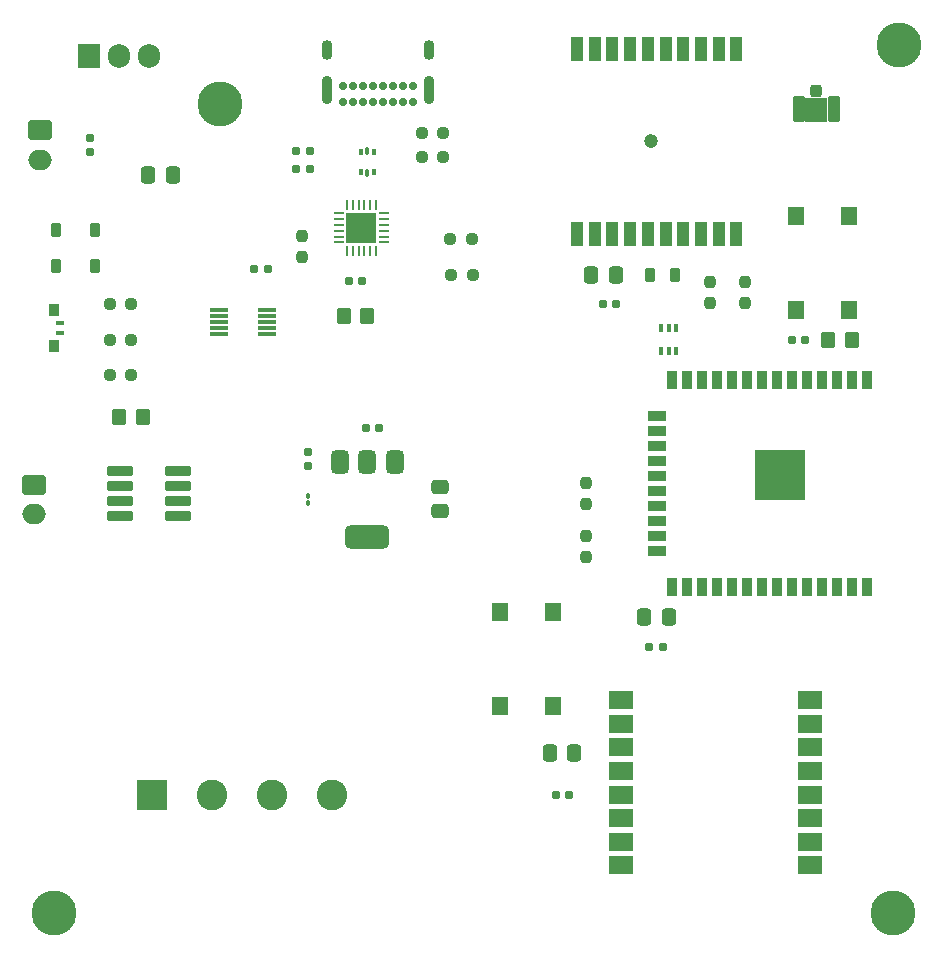
<source format=gbr>
%TF.GenerationSoftware,KiCad,Pcbnew,8.0.4*%
%TF.CreationDate,2024-11-13T20:29:26+01:00*%
%TF.ProjectId,plant,706c616e-742e-46b6-9963-61645f706362,rev?*%
%TF.SameCoordinates,Original*%
%TF.FileFunction,Soldermask,Top*%
%TF.FilePolarity,Negative*%
%FSLAX46Y46*%
G04 Gerber Fmt 4.6, Leading zero omitted, Abs format (unit mm)*
G04 Created by KiCad (PCBNEW 8.0.4) date 2024-11-13 20:29:26*
%MOMM*%
%LPD*%
G01*
G04 APERTURE LIST*
G04 Aperture macros list*
%AMRoundRect*
0 Rectangle with rounded corners*
0 $1 Rounding radius*
0 $2 $3 $4 $5 $6 $7 $8 $9 X,Y pos of 4 corners*
0 Add a 4 corners polygon primitive as box body*
4,1,4,$2,$3,$4,$5,$6,$7,$8,$9,$2,$3,0*
0 Add four circle primitives for the rounded corners*
1,1,$1+$1,$2,$3*
1,1,$1+$1,$4,$5*
1,1,$1+$1,$6,$7*
1,1,$1+$1,$8,$9*
0 Add four rect primitives between the rounded corners*
20,1,$1+$1,$2,$3,$4,$5,0*
20,1,$1+$1,$4,$5,$6,$7,0*
20,1,$1+$1,$6,$7,$8,$9,0*
20,1,$1+$1,$8,$9,$2,$3,0*%
G04 Aperture macros list end*
%ADD10R,1.512799X0.330200*%
%ADD11R,0.990600X2.006600*%
%ADD12C,1.193800*%
%ADD13RoundRect,0.225000X-0.225000X-0.375000X0.225000X-0.375000X0.225000X0.375000X-0.225000X0.375000X0*%
%ADD14C,3.800000*%
%ADD15RoundRect,0.237500X-0.250000X-0.237500X0.250000X-0.237500X0.250000X0.237500X-0.250000X0.237500X0*%
%ADD16RoundRect,0.250000X0.350000X0.450000X-0.350000X0.450000X-0.350000X-0.450000X0.350000X-0.450000X0*%
%ADD17RoundRect,0.250000X-0.250000X0.275000X-0.250000X-0.275000X0.250000X-0.275000X0.250000X0.275000X0*%
%ADD18RoundRect,0.250000X-0.275000X0.850000X-0.275000X-0.850000X0.275000X-0.850000X0.275000X0.850000X0*%
%ADD19R,0.900000X1.000000*%
%ADD20R,0.800000X0.400000*%
%ADD21RoundRect,0.237500X0.237500X-0.250000X0.237500X0.250000X-0.237500X0.250000X-0.237500X-0.250000X0*%
%ADD22RoundRect,0.155000X0.212500X0.155000X-0.212500X0.155000X-0.212500X-0.155000X0.212500X-0.155000X0*%
%ADD23RoundRect,0.250000X-0.750000X0.600000X-0.750000X-0.600000X0.750000X-0.600000X0.750000X0.600000X0*%
%ADD24O,2.000000X1.700000*%
%ADD25RoundRect,0.237500X-0.237500X0.250000X-0.237500X-0.250000X0.237500X-0.250000X0.237500X0.250000X0*%
%ADD26RoundRect,0.218750X-0.218750X-0.381250X0.218750X-0.381250X0.218750X0.381250X-0.218750X0.381250X0*%
%ADD27RoundRect,0.375000X-0.375000X0.625000X-0.375000X-0.625000X0.375000X-0.625000X0.375000X0.625000X0*%
%ADD28RoundRect,0.500000X-1.400000X0.500000X-1.400000X-0.500000X1.400000X-0.500000X1.400000X0.500000X0*%
%ADD29R,1.400000X1.600000*%
%ADD30RoundRect,0.250000X-0.337500X-0.475000X0.337500X-0.475000X0.337500X0.475000X-0.337500X0.475000X0*%
%ADD31RoundRect,0.062500X-0.062500X0.350000X-0.062500X-0.350000X0.062500X-0.350000X0.062500X0.350000X0*%
%ADD32RoundRect,0.062500X-0.350000X0.062500X-0.350000X-0.062500X0.350000X-0.062500X0.350000X0.062500X0*%
%ADD33R,2.600000X2.600000*%
%ADD34RoundRect,0.093750X0.093750X-0.156250X0.093750X0.156250X-0.093750X0.156250X-0.093750X-0.156250X0*%
%ADD35RoundRect,0.075000X0.075000X-0.250000X0.075000X0.250000X-0.075000X0.250000X-0.075000X-0.250000X0*%
%ADD36RoundRect,0.155000X-0.212500X-0.155000X0.212500X-0.155000X0.212500X0.155000X-0.212500X0.155000X0*%
%ADD37RoundRect,0.250000X0.337500X0.475000X-0.337500X0.475000X-0.337500X-0.475000X0.337500X-0.475000X0*%
%ADD38RoundRect,0.100500X-0.986500X-0.301500X0.986500X-0.301500X0.986500X0.301500X-0.986500X0.301500X0*%
%ADD39RoundRect,0.100000X0.100000X-0.225000X0.100000X0.225000X-0.100000X0.225000X-0.100000X-0.225000X0*%
%ADD40RoundRect,0.155000X0.155000X-0.212500X0.155000X0.212500X-0.155000X0.212500X-0.155000X-0.212500X0*%
%ADD41R,2.000000X1.500000*%
%ADD42RoundRect,0.237500X0.250000X0.237500X-0.250000X0.237500X-0.250000X-0.237500X0.250000X-0.237500X0*%
%ADD43R,1.905000X2.000000*%
%ADD44O,1.905000X2.000000*%
%ADD45RoundRect,0.250000X0.475000X-0.337500X0.475000X0.337500X-0.475000X0.337500X-0.475000X-0.337500X0*%
%ADD46R,0.900000X1.500000*%
%ADD47R,1.500000X0.900000*%
%ADD48C,0.600000*%
%ADD49R,4.200000X4.200000*%
%ADD50RoundRect,0.155000X-0.155000X0.212500X-0.155000X-0.212500X0.155000X-0.212500X0.155000X0.212500X0*%
%ADD51C,0.700000*%
%ADD52O,0.900000X2.400000*%
%ADD53O,0.900000X1.700000*%
%ADD54C,2.600000*%
%ADD55RoundRect,0.250000X-0.350000X-0.450000X0.350000X-0.450000X0.350000X0.450000X-0.350000X0.450000X0*%
%ADD56RoundRect,0.100000X-0.100000X0.130000X-0.100000X-0.130000X0.100000X-0.130000X0.100000X0.130000X0*%
G04 APERTURE END LIST*
%TO.C,J5*%
G36*
X119646250Y-33278750D02*
G01*
X117766250Y-33278750D01*
X117766250Y-35368750D01*
X119646250Y-35368750D01*
X119646250Y-33278750D01*
G37*
%TD*%
D10*
%TO.C,U6*%
X68161550Y-51293749D03*
X68161550Y-51793751D03*
X68161550Y-52293750D03*
X68161550Y-52793749D03*
X68161550Y-53293751D03*
X72250950Y-53293751D03*
X72250950Y-52793749D03*
X72250950Y-52293750D03*
X72250950Y-51793751D03*
X72250950Y-51293749D03*
%TD*%
D11*
%TO.C,U4*%
X98456251Y-44793750D03*
X99956250Y-44793750D03*
X101456250Y-44793750D03*
X102956249Y-44793750D03*
X104456249Y-44793750D03*
X105956248Y-44793750D03*
X107456251Y-44793750D03*
X108956250Y-44793750D03*
X110456250Y-44793750D03*
X111956249Y-44793750D03*
X111956249Y-29193750D03*
X110456250Y-29193750D03*
X108956250Y-29193750D03*
X107456251Y-29193750D03*
X105956251Y-29193750D03*
X104456252Y-29193750D03*
X102956249Y-29193750D03*
X101456250Y-29193750D03*
X99956250Y-29193750D03*
X98456251Y-29193750D03*
D12*
X104756250Y-36993750D03*
%TD*%
D13*
%TO.C,D2*%
X54350000Y-47500000D03*
X57650000Y-47500000D03*
%TD*%
D14*
%TO.C,H3*%
X54206250Y-102293750D03*
%TD*%
D15*
%TO.C,R10*%
X58881250Y-50793750D03*
X60706250Y-50793750D03*
%TD*%
D14*
%TO.C,H2*%
X125706250Y-28793750D03*
%TD*%
D16*
%TO.C,R1*%
X121706250Y-53793750D03*
X119706250Y-53793750D03*
%TD*%
D17*
%TO.C,J5*%
X118706250Y-32743750D03*
D18*
X120181250Y-34268750D03*
X117231250Y-34268750D03*
%TD*%
D19*
%TO.C,D3*%
X54206250Y-54293750D03*
X54206250Y-51293750D03*
D20*
X54656250Y-52393750D03*
X54656250Y-53193750D03*
%TD*%
D21*
%TO.C,R14*%
X99206250Y-72206250D03*
X99206250Y-70381250D03*
%TD*%
D22*
%TO.C,C11*%
X72273750Y-47793750D03*
X71138750Y-47793750D03*
%TD*%
D23*
%TO.C,J3*%
X53006250Y-36043750D03*
D24*
X53006250Y-38543750D03*
%TD*%
D25*
%TO.C,R6*%
X75206250Y-44968750D03*
X75206250Y-46793750D03*
%TD*%
D26*
%TO.C,FB1*%
X104643750Y-48293750D03*
X106768750Y-48293750D03*
%TD*%
D22*
%TO.C,C6*%
X101773750Y-50793750D03*
X100638750Y-50793750D03*
%TD*%
D15*
%TO.C,R7*%
X87706250Y-45293750D03*
X89531250Y-45293750D03*
%TD*%
D25*
%TO.C,R15*%
X99206250Y-65881250D03*
X99206250Y-67706250D03*
%TD*%
D27*
%TO.C,U8*%
X83006250Y-64143750D03*
X80706250Y-64143750D03*
D28*
X80706250Y-70443750D03*
D27*
X78406250Y-64143750D03*
%TD*%
D29*
%TO.C,SW3*%
X96456250Y-76793750D03*
X96456250Y-84793750D03*
X91956250Y-76793750D03*
X91956250Y-84793750D03*
%TD*%
D30*
%TO.C,C15*%
X62168750Y-39793750D03*
X64243750Y-39793750D03*
%TD*%
D31*
%TO.C,U1*%
X81456250Y-42356250D03*
X80956250Y-42356250D03*
X80456250Y-42356250D03*
X79956250Y-42356250D03*
X79456250Y-42356250D03*
X78956250Y-42356250D03*
D32*
X78268750Y-43043750D03*
X78268750Y-43543750D03*
X78268750Y-44043750D03*
X78268750Y-44543750D03*
X78268750Y-45043750D03*
X78268750Y-45543750D03*
D31*
X78956250Y-46231250D03*
X79456250Y-46231250D03*
X79956250Y-46231250D03*
X80456250Y-46231250D03*
X80956250Y-46231250D03*
X81456250Y-46231250D03*
D32*
X82143750Y-45543750D03*
X82143750Y-45043750D03*
X82143750Y-44543750D03*
X82143750Y-44043750D03*
X82143750Y-43543750D03*
X82143750Y-43043750D03*
D33*
X80206250Y-44293750D03*
%TD*%
D22*
%TO.C,C12*%
X80273750Y-48793750D03*
X79138750Y-48793750D03*
%TD*%
D34*
%TO.C,U5*%
X80168750Y-39568750D03*
D35*
X80706250Y-39643750D03*
D34*
X81243750Y-39568750D03*
X81243750Y-37868750D03*
D35*
X80706250Y-37793750D03*
D34*
X80168750Y-37868750D03*
%TD*%
D36*
%TO.C,C17*%
X80571250Y-61293750D03*
X81706250Y-61293750D03*
%TD*%
D22*
%TO.C,C7*%
X105706250Y-79793750D03*
X104571250Y-79793750D03*
%TD*%
D37*
%TO.C,C8*%
X106243750Y-77293750D03*
X104168750Y-77293750D03*
%TD*%
D38*
%TO.C,Q2*%
X59731250Y-64888750D03*
X59731250Y-66158750D03*
X59731250Y-67428750D03*
X59731250Y-68698750D03*
X64681250Y-68698750D03*
X64681250Y-67428750D03*
X64681250Y-66158750D03*
X64681250Y-64888750D03*
%TD*%
D39*
%TO.C,Q1*%
X105556250Y-54693750D03*
X106206250Y-54693750D03*
X106856250Y-54693750D03*
X106856250Y-52793750D03*
X106206250Y-52793750D03*
X105556250Y-52793750D03*
%TD*%
D40*
%TO.C,C16*%
X75706250Y-64428750D03*
X75706250Y-63293750D03*
%TD*%
D14*
%TO.C,H4*%
X125206250Y-102293750D03*
%TD*%
D41*
%TO.C,U2*%
X102206250Y-84293750D03*
X102206250Y-86293750D03*
X102206250Y-88293750D03*
X102206250Y-90293750D03*
X102206250Y-92293750D03*
X102206250Y-94293750D03*
X102206250Y-96293750D03*
X102206250Y-98293750D03*
X118206250Y-98293750D03*
X118206250Y-96293750D03*
X118206250Y-94293750D03*
X118206250Y-92293750D03*
X118206250Y-90293750D03*
X118206250Y-88293750D03*
X118206250Y-86293750D03*
X118206250Y-84293750D03*
%TD*%
D23*
%TO.C,J2*%
X52506250Y-66043750D03*
D24*
X52506250Y-68543750D03*
%TD*%
D15*
%TO.C,R11*%
X58881250Y-56793750D03*
X60706250Y-56793750D03*
%TD*%
D14*
%TO.C,H1*%
X68206250Y-33793750D03*
%TD*%
D21*
%TO.C,R2*%
X109706250Y-50706250D03*
X109706250Y-48881250D03*
%TD*%
D29*
%TO.C,SW4*%
X116956250Y-51293750D03*
X116956250Y-43293750D03*
X121456250Y-51293750D03*
X121456250Y-43293750D03*
%TD*%
D37*
%TO.C,C1*%
X98243750Y-88793750D03*
X96168750Y-88793750D03*
%TD*%
D22*
%TO.C,C2*%
X97773750Y-92293750D03*
X96638750Y-92293750D03*
%TD*%
D37*
%TO.C,C5*%
X101743750Y-48293750D03*
X99668750Y-48293750D03*
%TD*%
D42*
%TO.C,R4*%
X87118750Y-36293750D03*
X85293750Y-36293750D03*
%TD*%
D22*
%TO.C,C3*%
X117773750Y-53793750D03*
X116638750Y-53793750D03*
%TD*%
D13*
%TO.C,D1*%
X54350000Y-44500000D03*
X57650000Y-44500000D03*
%TD*%
D21*
%TO.C,R3*%
X112706250Y-50706250D03*
X112706250Y-48881250D03*
%TD*%
D43*
%TO.C,U7*%
X57166250Y-29738750D03*
D44*
X59706250Y-29738750D03*
X62246250Y-29738750D03*
%TD*%
D45*
%TO.C,C4*%
X86871963Y-68285095D03*
X86871963Y-66210095D03*
%TD*%
D46*
%TO.C,U3*%
X123021250Y-57198750D03*
X121751250Y-57198750D03*
X120481250Y-57198750D03*
X119211250Y-57198750D03*
X117941250Y-57198750D03*
X116671250Y-57198750D03*
X115401250Y-57198750D03*
X114131250Y-57198750D03*
X112861250Y-57198750D03*
X111591250Y-57198750D03*
X110321250Y-57198750D03*
X109051250Y-57198750D03*
X107781250Y-57198750D03*
X106511250Y-57198750D03*
D47*
X105261250Y-60238750D03*
X105261250Y-61508750D03*
X105261250Y-62778750D03*
X105261250Y-64048750D03*
X105261250Y-65318750D03*
X105261250Y-66588750D03*
X105261250Y-67858750D03*
X105261250Y-69128750D03*
X105261250Y-70398750D03*
X105261250Y-71668750D03*
D46*
X106511250Y-74698750D03*
X107781250Y-74698750D03*
X109051250Y-74698750D03*
X110321250Y-74698750D03*
X111591250Y-74698750D03*
X112861250Y-74698750D03*
X114131250Y-74698750D03*
X115401250Y-74698750D03*
X116671250Y-74698750D03*
X117941250Y-74698750D03*
X119211250Y-74698750D03*
X120481250Y-74698750D03*
X121751250Y-74698750D03*
X123021250Y-74698750D03*
D48*
X116443750Y-63743750D03*
X114918750Y-63743750D03*
X117206250Y-64506250D03*
X115681250Y-64506250D03*
X114156250Y-64506250D03*
X116443750Y-65268750D03*
D49*
X115681250Y-65268750D03*
D48*
X114918750Y-65268750D03*
X117206250Y-66031250D03*
X115681250Y-66031250D03*
X114156250Y-66031250D03*
X116443750Y-66793750D03*
X114918750Y-66793750D03*
%TD*%
D15*
%TO.C,R9*%
X58881250Y-53793750D03*
X60706250Y-53793750D03*
%TD*%
D22*
%TO.C,C10*%
X75841250Y-39293750D03*
X74706250Y-39293750D03*
%TD*%
D50*
%TO.C,C13*%
X57206250Y-36726250D03*
X57206250Y-37861250D03*
%TD*%
D15*
%TO.C,R5*%
X85293750Y-38293750D03*
X87118750Y-38293750D03*
%TD*%
%TO.C,R8*%
X87793750Y-48293750D03*
X89618750Y-48293750D03*
%TD*%
D51*
%TO.C,J1*%
X84556250Y-33643750D03*
X83706250Y-33643750D03*
X82856250Y-33643750D03*
X82006250Y-33643750D03*
X81156250Y-33643750D03*
X80306250Y-33643750D03*
X79456250Y-33643750D03*
X78606250Y-33643750D03*
X78606250Y-32293750D03*
X79456250Y-32293750D03*
X80306250Y-32293750D03*
X81156250Y-32293750D03*
X82006250Y-32293750D03*
X82856250Y-32293750D03*
X83706250Y-32293750D03*
X84556250Y-32293750D03*
D52*
X85906250Y-32663750D03*
D53*
X85906250Y-29283750D03*
D52*
X77256250Y-32663750D03*
D53*
X77256250Y-29283750D03*
%TD*%
D33*
%TO.C,J4*%
X62466250Y-92293750D03*
D54*
X67546250Y-92293750D03*
X72626250Y-92293750D03*
X77706250Y-92293750D03*
%TD*%
D22*
%TO.C,C9*%
X75841250Y-37793750D03*
X74706250Y-37793750D03*
%TD*%
D55*
%TO.C,R13*%
X78706250Y-51793750D03*
X80706250Y-51793750D03*
%TD*%
D56*
%TO.C,D4*%
X75706250Y-66973750D03*
X75706250Y-67613750D03*
%TD*%
D55*
%TO.C,R12*%
X59706250Y-60293750D03*
X61706250Y-60293750D03*
%TD*%
M02*

</source>
